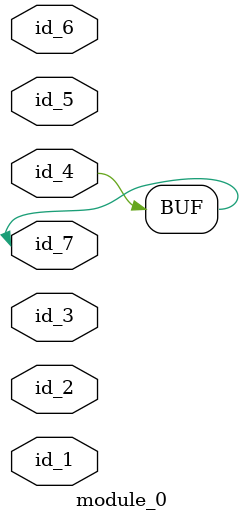
<source format=v>
module module_0 (
    id_1,
    id_2,
    id_3,
    id_4,
    id_5,
    id_6,
    id_7
);
  inout id_7;
  inout id_6;
  input id_5;
  inout id_4;
  input id_3;
  input id_2;
  input id_1;
  assign id_4 = id_7;
endmodule

</source>
